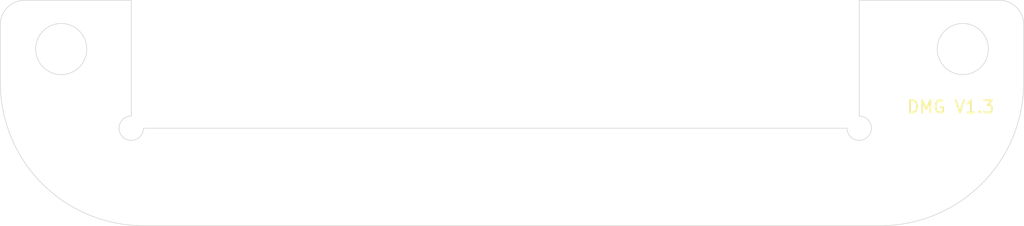
<source format=kicad_pcb>
(kicad_pcb (version 20171130) (host pcbnew "(5.1.6)-1")

  (general
    (thickness 1.6)
    (drawings 17)
    (tracks 0)
    (zones 0)
    (modules 0)
    (nets 1)
  )

  (page A4)
  (layers
    (0 F.Cu signal)
    (31 B.Cu signal)
    (32 B.Adhes user)
    (33 F.Adhes user)
    (34 B.Paste user)
    (35 F.Paste user)
    (36 B.SilkS user)
    (37 F.SilkS user)
    (38 B.Mask user)
    (39 F.Mask user)
    (40 Dwgs.User user)
    (41 Cmts.User user)
    (42 Eco1.User user)
    (43 Eco2.User user)
    (44 Edge.Cuts user)
    (45 Margin user)
    (46 B.CrtYd user)
    (47 F.CrtYd user)
    (48 B.Fab user)
    (49 F.Fab user)
  )

  (setup
    (last_trace_width 0.25)
    (trace_clearance 0.2)
    (zone_clearance 0.508)
    (zone_45_only no)
    (trace_min 0.2)
    (via_size 0.8)
    (via_drill 0.4)
    (via_min_size 0.4)
    (via_min_drill 0.3)
    (uvia_size 0.3)
    (uvia_drill 0.1)
    (uvias_allowed no)
    (uvia_min_size 0.2)
    (uvia_min_drill 0.1)
    (edge_width 0.05)
    (segment_width 0.2)
    (pcb_text_width 0.3)
    (pcb_text_size 1.5 1.5)
    (mod_edge_width 0.12)
    (mod_text_size 1 1)
    (mod_text_width 0.15)
    (pad_size 1.524 1.524)
    (pad_drill 0.762)
    (pad_to_mask_clearance 0.05)
    (aux_axis_origin 0 0)
    (visible_elements 7FFFFFFF)
    (pcbplotparams
      (layerselection 0x010fc_ffffffff)
      (usegerberextensions false)
      (usegerberattributes true)
      (usegerberadvancedattributes true)
      (creategerberjobfile true)
      (excludeedgelayer true)
      (linewidth 0.150000)
      (plotframeref false)
      (viasonmask false)
      (mode 1)
      (useauxorigin false)
      (hpglpennumber 1)
      (hpglpenspeed 20)
      (hpglpendiameter 15.000000)
      (psnegative false)
      (psa4output false)
      (plotreference true)
      (plotvalue true)
      (plotinvisibletext false)
      (padsonsilk false)
      (subtractmaskfromsilk false)
      (outputformat 1)
      (mirror false)
      (drillshape 1)
      (scaleselection 1)
      (outputdirectory ""))
  )

  (net 0 "")

  (net_class Default "This is the default net class."
    (clearance 0.2)
    (trace_width 0.25)
    (via_dia 0.8)
    (via_drill 0.4)
    (uvia_dia 0.3)
    (uvia_drill 0.1)
  )

  (gr_arc (start 77 -2) (end 79 -2) (angle -90) (layer Edge.Cuts) (width 0.05) (tstamp 5EEFC165))
  (gr_arc (start -3 -2) (end -3 -4) (angle -90) (layer Edge.Cuts) (width 0.05))
  (gr_arc (start 5.75 6.5) (end 5.75 5.5) (angle -270) (layer Edge.Cuts) (width 0.05) (tstamp 5EEFC13A))
  (gr_arc (start 65.5 6.5) (end 64.5 6.5) (angle -270) (layer Edge.Cuts) (width 0.05))
  (gr_arc (start 6.75 2.75) (end -5 2.75) (angle -90) (layer Edge.Cuts) (width 0.05) (tstamp 5EEFC0C2))
  (gr_arc (start 67.25 2.75) (end 67.25 14.5) (angle -90) (layer Edge.Cuts) (width 0.05))
  (gr_text "DMG V1.3" (at 73 4.75) (layer F.SilkS)
    (effects (font (size 1 1) (thickness 0.15)))
  )
  (gr_line (start 5.75 -4) (end -3 -4) (layer Edge.Cuts) (width 0.05) (tstamp 5EEFB16D))
  (gr_line (start 65.5 -4) (end 77 -4) (layer Edge.Cuts) (width 0.05) (tstamp 5EEFB167))
  (gr_line (start 6.75 6.5) (end 64.5 6.5) (layer Edge.Cuts) (width 0.05) (tstamp 5EEFB162))
  (gr_line (start 5.75 -4) (end 5.75 5.5) (layer Edge.Cuts) (width 0.05) (tstamp 5EEFB12D))
  (gr_line (start 65.5 -4) (end 65.5 5.5) (layer Edge.Cuts) (width 0.05))
  (gr_line (start 67.25 14.5) (end 6.75 14.5) (layer Edge.Cuts) (width 0.05) (tstamp 5EEFAE44))
  (gr_line (start 79 -2) (end 79 2.75) (layer Edge.Cuts) (width 0.05) (tstamp 5EEFADDE))
  (gr_line (start -5 -2) (end -5 2.75) (layer Edge.Cuts) (width 0.05))
  (gr_circle (center 74 0) (end 76.1 0) (layer Edge.Cuts) (width 0.05) (tstamp 5EEFAD10))
  (gr_circle (center 0 0) (end 2.1 0) (layer Edge.Cuts) (width 0.05))

)

</source>
